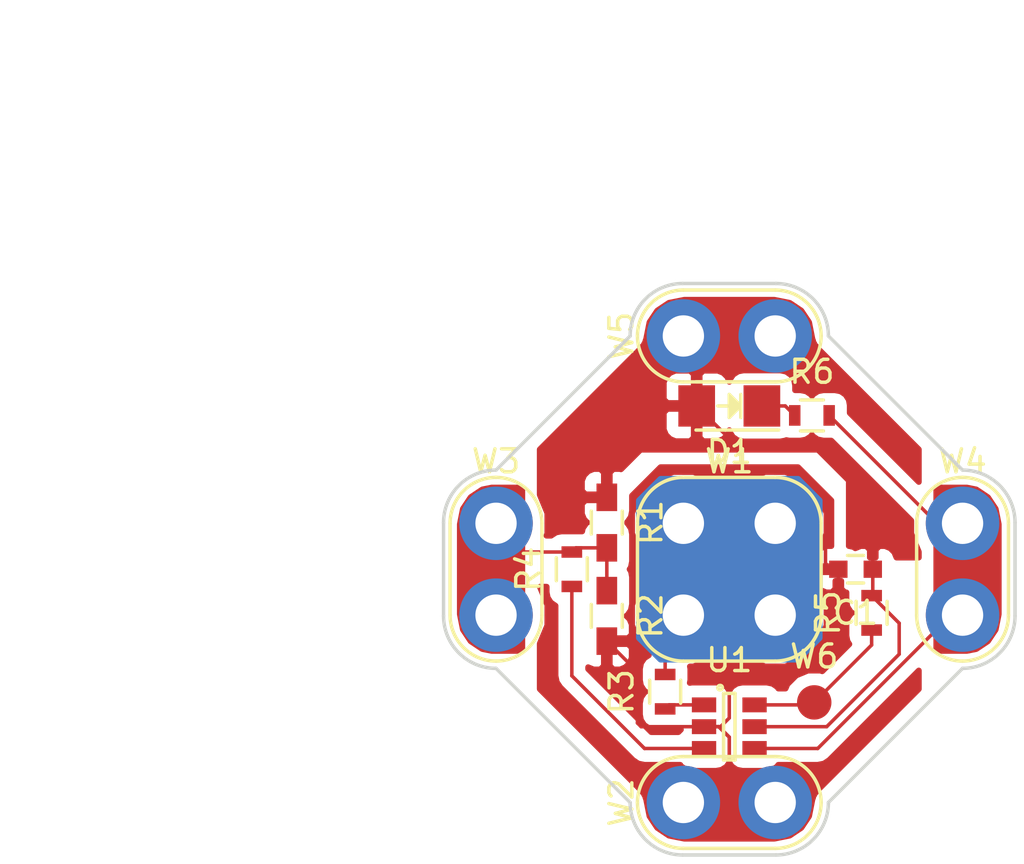
<source format=kicad_pcb>
(kicad_pcb (version 4) (host pcbnew 4.0.4-stable)

  (general
    (links 26)
    (no_connects 0)
    (area 93.444287 71.468 137.160001 108.458001)
    (thickness 1.6002)
    (drawings 21)
    (tracks 63)
    (zones 0)
    (modules 15)
    (nets 10)
  )

  (page A)
  (layers
    (0 Top signal)
    (31 Bottom signal)
    (34 B.Paste user)
    (35 F.Paste user)
    (36 B.SilkS user)
    (37 F.SilkS user)
    (38 B.Mask user)
    (39 F.Mask user)
    (40 Dwgs.User user)
    (41 Cmts.User user)
    (42 Eco1.User user)
    (43 Eco2.User user)
    (44 Edge.Cuts user)
    (45 Margin user)
  )

  (setup
    (last_trace_width 0.1524)
    (trace_clearance 0.1524)
    (zone_clearance 0.508)
    (zone_45_only no)
    (trace_min 0.1524)
    (segment_width 0.2)
    (edge_width 0.15)
    (via_size 0.6858)
    (via_drill 0.3302)
    (via_min_size 0.6858)
    (via_min_drill 0.3302)
    (uvia_size 0.762)
    (uvia_drill 0.508)
    (uvias_allowed no)
    (uvia_min_size 0)
    (uvia_min_drill 0)
    (pcb_text_width 0.3)
    (pcb_text_size 1.5 1.5)
    (mod_edge_width 0.15)
    (mod_text_size 1 1)
    (mod_text_width 0.15)
    (pad_size 1.524 1.524)
    (pad_drill 0.762)
    (pad_to_mask_clearance 0.2)
    (aux_axis_origin 124.46 95.758)
    (grid_origin 124.46 95.758)
    (visible_elements 7FFFFFFF)
    (pcbplotparams
      (layerselection 0x00030_80000001)
      (usegerberextensions false)
      (excludeedgelayer true)
      (linewidth 0.100000)
      (plotframeref false)
      (viasonmask false)
      (mode 1)
      (useauxorigin false)
      (hpglpennumber 1)
      (hpglpenspeed 20)
      (hpglpendiameter 15)
      (hpglpenoverlay 2)
      (psnegative false)
      (psa4output false)
      (plotreference true)
      (plotvalue true)
      (plotinvisibletext false)
      (padsonsilk false)
      (subtractmaskfromsilk false)
      (outputformat 1)
      (mirror false)
      (drillshape 1)
      (scaleselection 1)
      (outputdirectory ""))
  )

  (net 0 "")
  (net 1 VDD)
  (net 2 GND)
  (net 3 "Net-(D1-Pad1)")
  (net 4 /ref)
  (net 5 /MTI)
  (net 6 /sns)
  (net 7 /MTSA)
  (net 8 /pm)
  (net 9 /out)

  (net_class Default "This is the default net class."
    (clearance 0.1524)
    (trace_width 0.1524)
    (via_dia 0.6858)
    (via_drill 0.3302)
    (uvia_dia 0.762)
    (uvia_drill 0.508)
    (add_net /MTI)
    (add_net /MTSA)
    (add_net /out)
    (add_net /pm)
    (add_net /ref)
    (add_net /sns)
    (add_net GND)
    (add_net "Net-(D1-Pad1)")
    (add_net VDD)
  )

  (module Capacitors_SMD:C_0603 (layer Top) (tedit 5415D631) (tstamp 5806B20D)
    (at 129.96 95.758 180)
    (descr "Capacitor SMD 0603, reflow soldering, AVX (see smccp.pdf)")
    (tags "capacitor 0603")
    (path /58064CC6)
    (attr smd)
    (fp_text reference C1 (at 0 -1.9 180) (layer F.SilkS)
      (effects (font (size 1 1) (thickness 0.15)))
    )
    (fp_text value 0.1u (at 0 1.9 180) (layer F.Fab)
      (effects (font (size 1 1) (thickness 0.15)))
    )
    (fp_line (start -1.45 -0.75) (end 1.45 -0.75) (layer F.CrtYd) (width 0.05))
    (fp_line (start -1.45 0.75) (end 1.45 0.75) (layer F.CrtYd) (width 0.05))
    (fp_line (start -1.45 -0.75) (end -1.45 0.75) (layer F.CrtYd) (width 0.05))
    (fp_line (start 1.45 -0.75) (end 1.45 0.75) (layer F.CrtYd) (width 0.05))
    (fp_line (start -0.35 -0.6) (end 0.35 -0.6) (layer F.SilkS) (width 0.15))
    (fp_line (start 0.35 0.6) (end -0.35 0.6) (layer F.SilkS) (width 0.15))
    (pad 1 smd rect (at -0.75 0 180) (size 0.8 0.75) (layers Top F.Paste F.Mask)
      (net 1 VDD))
    (pad 2 smd rect (at 0.75 0 180) (size 0.8 0.75) (layers Top F.Paste F.Mask)
      (net 2 GND))
    (model Capacitors_SMD.3dshapes/C_0603.wrl
      (at (xyz 0 0 0))
      (scale (xyz 1 1 1))
      (rotate (xyz 0 0 0))
    )
  )

  (module Resistors_SMD:R_0603_HandSoldering (layer Top) (tedit 5418A00F) (tstamp 5806B219)
    (at 119.126 93.726 270)
    (descr "Resistor SMD 0603, hand soldering")
    (tags "resistor 0603")
    (path /580650CE)
    (attr smd)
    (fp_text reference R1 (at 0 -1.9 270) (layer F.SilkS)
      (effects (font (size 1 1) (thickness 0.15)))
    )
    (fp_text value 100k (at 0 1.9 270) (layer F.Fab)
      (effects (font (size 1 1) (thickness 0.15)))
    )
    (fp_line (start -2 -0.8) (end 2 -0.8) (layer F.CrtYd) (width 0.05))
    (fp_line (start -2 0.8) (end 2 0.8) (layer F.CrtYd) (width 0.05))
    (fp_line (start -2 -0.8) (end -2 0.8) (layer F.CrtYd) (width 0.05))
    (fp_line (start 2 -0.8) (end 2 0.8) (layer F.CrtYd) (width 0.05))
    (fp_line (start 0.5 0.675) (end -0.5 0.675) (layer F.SilkS) (width 0.15))
    (fp_line (start -0.5 -0.675) (end 0.5 -0.675) (layer F.SilkS) (width 0.15))
    (pad 1 smd rect (at -1.1 0 270) (size 1.2 0.9) (layers Top F.Paste F.Mask)
      (net 1 VDD))
    (pad 2 smd rect (at 1.1 0 270) (size 1.2 0.9) (layers Top F.Paste F.Mask)
      (net 4 /ref))
    (model Resistors_SMD.3dshapes/R_0603_HandSoldering.wrl
      (at (xyz 0 0 0))
      (scale (xyz 1 1 1))
      (rotate (xyz 0 0 0))
    )
  )

  (module Resistors_SMD:R_0603_HandSoldering (layer Top) (tedit 5418A00F) (tstamp 5806B21F)
    (at 119.126 97.79 270)
    (descr "Resistor SMD 0603, hand soldering")
    (tags "resistor 0603")
    (path /580650FF)
    (attr smd)
    (fp_text reference R2 (at 0 -1.9 270) (layer F.SilkS)
      (effects (font (size 1 1) (thickness 0.15)))
    )
    (fp_text value 100k (at 0 1.9 270) (layer F.Fab)
      (effects (font (size 1 1) (thickness 0.15)))
    )
    (fp_line (start -2 -0.8) (end 2 -0.8) (layer F.CrtYd) (width 0.05))
    (fp_line (start -2 0.8) (end 2 0.8) (layer F.CrtYd) (width 0.05))
    (fp_line (start -2 -0.8) (end -2 0.8) (layer F.CrtYd) (width 0.05))
    (fp_line (start 2 -0.8) (end 2 0.8) (layer F.CrtYd) (width 0.05))
    (fp_line (start 0.5 0.675) (end -0.5 0.675) (layer F.SilkS) (width 0.15))
    (fp_line (start -0.5 -0.675) (end 0.5 -0.675) (layer F.SilkS) (width 0.15))
    (pad 1 smd rect (at -1.1 0 270) (size 1.2 0.9) (layers Top F.Paste F.Mask)
      (net 4 /ref))
    (pad 2 smd rect (at 1.1 0 270) (size 1.2 0.9) (layers Top F.Paste F.Mask)
      (net 2 GND))
    (model Resistors_SMD.3dshapes/R_0603_HandSoldering.wrl
      (at (xyz 0 0 0))
      (scale (xyz 1 1 1))
      (rotate (xyz 0 0 0))
    )
  )

  (module Resistors_SMD:R_0603 (layer Top) (tedit 5415CC62) (tstamp 5806B225)
    (at 121.666 101.092 90)
    (descr "Resistor SMD 0603, reflow soldering, Vishay (see dcrcw.pdf)")
    (tags "resistor 0603")
    (path /5806521A)
    (attr smd)
    (fp_text reference R3 (at 0 -1.9 90) (layer F.SilkS)
      (effects (font (size 1 1) (thickness 0.15)))
    )
    (fp_text value 4.7k (at 0 1.9 90) (layer F.Fab)
      (effects (font (size 1 1) (thickness 0.15)))
    )
    (fp_line (start -1.3 -0.8) (end 1.3 -0.8) (layer F.CrtYd) (width 0.05))
    (fp_line (start -1.3 0.8) (end 1.3 0.8) (layer F.CrtYd) (width 0.05))
    (fp_line (start -1.3 -0.8) (end -1.3 0.8) (layer F.CrtYd) (width 0.05))
    (fp_line (start 1.3 -0.8) (end 1.3 0.8) (layer F.CrtYd) (width 0.05))
    (fp_line (start 0.5 0.675) (end -0.5 0.675) (layer F.SilkS) (width 0.15))
    (fp_line (start -0.5 -0.675) (end 0.5 -0.675) (layer F.SilkS) (width 0.15))
    (pad 1 smd rect (at -0.75 0 90) (size 0.5 0.9) (layers Top F.Paste F.Mask)
      (net 5 /MTI))
    (pad 2 smd rect (at 0.75 0 90) (size 0.5 0.9) (layers Top F.Paste F.Mask)
      (net 6 /sns))
    (model Resistors_SMD.3dshapes/R_0603.wrl
      (at (xyz 0 0 0))
      (scale (xyz 1 1 1))
      (rotate (xyz 0 0 0))
    )
  )

  (module Resistors_SMD:R_0603 (layer Top) (tedit 5415CC62) (tstamp 5806B22B)
    (at 117.602 95.758 90)
    (descr "Resistor SMD 0603, reflow soldering, Vishay (see dcrcw.pdf)")
    (tags "resistor 0603")
    (path /58064DD0)
    (attr smd)
    (fp_text reference R4 (at 0 -1.9 90) (layer F.SilkS)
      (effects (font (size 1 1) (thickness 0.15)))
    )
    (fp_text value 10k (at 0 1.9 90) (layer F.Fab)
      (effects (font (size 1 1) (thickness 0.15)))
    )
    (fp_line (start -1.3 -0.8) (end 1.3 -0.8) (layer F.CrtYd) (width 0.05))
    (fp_line (start -1.3 0.8) (end 1.3 0.8) (layer F.CrtYd) (width 0.05))
    (fp_line (start -1.3 -0.8) (end -1.3 0.8) (layer F.CrtYd) (width 0.05))
    (fp_line (start 1.3 -0.8) (end 1.3 0.8) (layer F.CrtYd) (width 0.05))
    (fp_line (start 0.5 0.675) (end -0.5 0.675) (layer F.SilkS) (width 0.15))
    (fp_line (start -0.5 -0.675) (end 0.5 -0.675) (layer F.SilkS) (width 0.15))
    (pad 1 smd rect (at -0.75 0 90) (size 0.5 0.9) (layers Top F.Paste F.Mask)
      (net 7 /MTSA))
    (pad 2 smd rect (at 0.75 0 90) (size 0.5 0.9) (layers Top F.Paste F.Mask)
      (net 4 /ref))
    (model Resistors_SMD.3dshapes/R_0603.wrl
      (at (xyz 0 0 0))
      (scale (xyz 1 1 1))
      (rotate (xyz 0 0 0))
    )
  )

  (module Resistors_SMD:R_0603 (layer Top) (tedit 5415CC62) (tstamp 5806B231)
    (at 130.66 97.658 90)
    (descr "Resistor SMD 0603, reflow soldering, Vishay (see dcrcw.pdf)")
    (tags "resistor 0603")
    (path /58064FBC)
    (attr smd)
    (fp_text reference R5 (at 0 -1.9 90) (layer F.SilkS)
      (effects (font (size 1 1) (thickness 0.15)))
    )
    (fp_text value 10k (at 0 1.9 90) (layer F.Fab)
      (effects (font (size 1 1) (thickness 0.15)))
    )
    (fp_line (start -1.3 -0.8) (end 1.3 -0.8) (layer F.CrtYd) (width 0.05))
    (fp_line (start -1.3 0.8) (end 1.3 0.8) (layer F.CrtYd) (width 0.05))
    (fp_line (start -1.3 -0.8) (end -1.3 0.8) (layer F.CrtYd) (width 0.05))
    (fp_line (start 1.3 -0.8) (end 1.3 0.8) (layer F.CrtYd) (width 0.05))
    (fp_line (start 0.5 0.675) (end -0.5 0.675) (layer F.SilkS) (width 0.15))
    (fp_line (start -0.5 -0.675) (end 0.5 -0.675) (layer F.SilkS) (width 0.15))
    (pad 1 smd rect (at -0.75 0 90) (size 0.5 0.9) (layers Top F.Paste F.Mask)
      (net 8 /pm))
    (pad 2 smd rect (at 0.75 0 90) (size 0.5 0.9) (layers Top F.Paste F.Mask)
      (net 1 VDD))
    (model Resistors_SMD.3dshapes/R_0603.wrl
      (at (xyz 0 0 0))
      (scale (xyz 1 1 1))
      (rotate (xyz 0 0 0))
    )
  )

  (module Resistors_SMD:R_0603 (layer Top) (tedit 5415CC62) (tstamp 5806B237)
    (at 128.06 89.058)
    (descr "Resistor SMD 0603, reflow soldering, Vishay (see dcrcw.pdf)")
    (tags "resistor 0603")
    (path /58065673)
    (attr smd)
    (fp_text reference R6 (at 0 -1.9) (layer F.SilkS)
      (effects (font (size 1 1) (thickness 0.15)))
    )
    (fp_text value 1k (at 0 1.9) (layer F.Fab)
      (effects (font (size 1 1) (thickness 0.15)))
    )
    (fp_line (start -1.3 -0.8) (end 1.3 -0.8) (layer F.CrtYd) (width 0.05))
    (fp_line (start -1.3 0.8) (end 1.3 0.8) (layer F.CrtYd) (width 0.05))
    (fp_line (start -1.3 -0.8) (end -1.3 0.8) (layer F.CrtYd) (width 0.05))
    (fp_line (start 1.3 -0.8) (end 1.3 0.8) (layer F.CrtYd) (width 0.05))
    (fp_line (start 0.5 0.675) (end -0.5 0.675) (layer F.SilkS) (width 0.15))
    (fp_line (start -0.5 -0.675) (end 0.5 -0.675) (layer F.SilkS) (width 0.15))
    (pad 1 smd rect (at -0.75 0) (size 0.5 0.9) (layers Top F.Paste F.Mask)
      (net 3 "Net-(D1-Pad1)"))
    (pad 2 smd rect (at 0.75 0) (size 0.5 0.9) (layers Top F.Paste F.Mask)
      (net 9 /out))
    (model Resistors_SMD.3dshapes/R_0603.wrl
      (at (xyz 0 0 0))
      (scale (xyz 1 1 1))
      (rotate (xyz 0 0 0))
    )
  )

  (module TO_SOT_Packages_SMD:SOT-23-6 (layer Top) (tedit 53DE8DE3) (tstamp 5806B241)
    (at 124.46 102.616)
    (descr "6-pin SOT-23 package")
    (tags SOT-23-6)
    (path /5809033F)
    (attr smd)
    (fp_text reference U1 (at 0 -2.9) (layer F.SilkS)
      (effects (font (size 1 1) (thickness 0.15)))
    )
    (fp_text value MTCH101_PKG (at 0 2.9) (layer F.Fab)
      (effects (font (size 1 1) (thickness 0.15)))
    )
    (fp_circle (center -0.4 -1.7) (end -0.3 -1.7) (layer F.SilkS) (width 0.15))
    (fp_line (start 0.25 -1.45) (end -0.25 -1.45) (layer F.SilkS) (width 0.15))
    (fp_line (start 0.25 1.45) (end 0.25 -1.45) (layer F.SilkS) (width 0.15))
    (fp_line (start -0.25 1.45) (end 0.25 1.45) (layer F.SilkS) (width 0.15))
    (fp_line (start -0.25 -1.45) (end -0.25 1.45) (layer F.SilkS) (width 0.15))
    (pad 1 smd rect (at -1.1 -0.95) (size 1.06 0.65) (layers Top F.Paste F.Mask)
      (net 5 /MTI))
    (pad 2 smd rect (at -1.1 0) (size 1.06 0.65) (layers Top F.Paste F.Mask)
      (net 2 GND))
    (pad 3 smd rect (at -1.1 0.95) (size 1.06 0.65) (layers Top F.Paste F.Mask)
      (net 7 /MTSA))
    (pad 4 smd rect (at 1.1 0.95) (size 1.06 0.65) (layers Top F.Paste F.Mask)
      (net 9 /out))
    (pad 6 smd rect (at 1.1 -0.95) (size 1.06 0.65) (layers Top F.Paste F.Mask)
      (net 8 /pm))
    (pad 5 smd rect (at 1.1 0) (size 1.06 0.65) (layers Top F.Paste F.Mask)
      (net 1 VDD))
    (model TO_SOT_Packages_SMD.3dshapes/SOT-23-6.wrl
      (at (xyz 0 0 0))
      (scale (xyz 1 1 1))
      (rotate (xyz 0 0 0))
    )
  )

  (module LEDs:LED_1206 (layer Top) (tedit 57ABE035) (tstamp 5807AE06)
    (at 124.46 88.646 180)
    (descr "LED 1206 smd package")
    (tags "LED1206 SMD")
    (path /5806579A)
    (attr smd)
    (fp_text reference D1 (at 0 -2 180) (layer F.SilkS)
      (effects (font (size 1 1) (thickness 0.15)))
    )
    (fp_text value LED (at 0 2 180) (layer F.Fab)
      (effects (font (size 1 1) (thickness 0.15)))
    )
    (fp_line (start -0.5 -0.5) (end -0.5 0.5) (layer F.Fab) (width 0.15))
    (fp_line (start -0.5 0) (end 0 -0.5) (layer F.Fab) (width 0.15))
    (fp_line (start 0 0.5) (end -0.5 0) (layer F.Fab) (width 0.15))
    (fp_line (start 0 -0.5) (end 0 0.5) (layer F.Fab) (width 0.15))
    (fp_line (start -1.6 0.8) (end -1.6 -0.8) (layer F.Fab) (width 0.15))
    (fp_line (start 1.6 0.8) (end -1.6 0.8) (layer F.Fab) (width 0.15))
    (fp_line (start 1.6 -0.8) (end 1.6 0.8) (layer F.Fab) (width 0.15))
    (fp_line (start -1.6 -0.8) (end 1.6 -0.8) (layer F.Fab) (width 0.15))
    (fp_line (start -2.15 1.05) (end 1.45 1.05) (layer F.SilkS) (width 0.15))
    (fp_line (start -2.15 -1.05) (end 1.45 -1.05) (layer F.SilkS) (width 0.15))
    (fp_line (start -0.1 -0.3) (end -0.1 0.3) (layer F.SilkS) (width 0.15))
    (fp_line (start -0.1 0.3) (end -0.4 0) (layer F.SilkS) (width 0.15))
    (fp_line (start -0.4 0) (end -0.2 -0.2) (layer F.SilkS) (width 0.15))
    (fp_line (start -0.2 -0.2) (end -0.2 0.05) (layer F.SilkS) (width 0.15))
    (fp_line (start -0.2 0.05) (end -0.25 0) (layer F.SilkS) (width 0.15))
    (fp_line (start -0.5 -0.5) (end -0.5 0.5) (layer F.SilkS) (width 0.15))
    (fp_line (start 0 0) (end 0.5 0) (layer F.SilkS) (width 0.15))
    (fp_line (start -0.5 0) (end 0 -0.5) (layer F.SilkS) (width 0.15))
    (fp_line (start 0 -0.5) (end 0 0.5) (layer F.SilkS) (width 0.15))
    (fp_line (start 0 0.5) (end -0.5 0) (layer F.SilkS) (width 0.15))
    (fp_line (start 2.5 -1.25) (end -2.5 -1.25) (layer F.CrtYd) (width 0.05))
    (fp_line (start -2.5 -1.25) (end -2.5 1.25) (layer F.CrtYd) (width 0.05))
    (fp_line (start -2.5 1.25) (end 2.5 1.25) (layer F.CrtYd) (width 0.05))
    (fp_line (start 2.5 1.25) (end 2.5 -1.25) (layer F.CrtYd) (width 0.05))
    (pad 2 smd rect (at 1.41986 0) (size 1.59766 1.80086) (layers Top F.Paste F.Mask)
      (net 1 VDD))
    (pad 1 smd rect (at -1.41986 0) (size 1.59766 1.80086) (layers Top F.Paste F.Mask)
      (net 3 "Net-(D1-Pad1)"))
    (model LEDs.3dshapes/LED_1206.wrl
      (at (xyz 0 0 0))
      (scale (xyz 1 1 1))
      (rotate (xyz 0 0 180))
    )
  )

  (module Measurement_Points:Measurement_Point_Round-SMD-Pad_Small (layer Top) (tedit 56C35ED0) (tstamp 5807B28A)
    (at 128.16 101.558)
    (descr "Mesurement Point, Round, SMD Pad, DM 1.5mm,")
    (tags "Mesurement Point Round SMD Pad 1.5mm")
    (path /580662C8)
    (attr virtual)
    (fp_text reference W6 (at 0 -2) (layer F.SilkS)
      (effects (font (size 1 1) (thickness 0.15)))
    )
    (fp_text value TEST_MTPM (at 0 2) (layer F.Fab)
      (effects (font (size 1 1) (thickness 0.15)))
    )
    (fp_circle (center 0 0) (end 1 0) (layer F.CrtYd) (width 0.05))
    (pad 1 smd circle (at 0 0) (size 1.5 1.5) (layers Top F.Mask)
      (net 8 /pm))
  )

  (module buttons:sew_2x2 (layer Top) (tedit 5808DC92) (tstamp 5808E17F)
    (at 124.46 95.758)
    (descr "module 1 pin (ou trou mecanique de percage)")
    (tags DEV)
    (path /5808D751)
    (fp_text reference W1 (at 0 -4.7) (layer F.SilkS)
      (effects (font (size 1 1) (thickness 0.15)))
    )
    (fp_text value sns (at 0 0) (layer F.Fab)
      (effects (font (size 1 1) (thickness 0.15)))
    )
    (fp_arc (start -2 -2) (end -2.9 -2) (angle 90) (layer F.Paste) (width 0.15))
    (fp_arc (start -2 2) (end -2 2.9) (angle 90) (layer F.Paste) (width 0.15))
    (fp_arc (start 2 2) (end 2.9 2) (angle 90) (layer F.Paste) (width 0.15))
    (fp_arc (start 2 -2) (end 2 -2.9) (angle 90) (layer F.Paste) (width 0.15))
    (fp_arc (start -2 -2) (end -2.9 -2) (angle 90) (layer B.Paste) (width 0.15))
    (fp_arc (start -2 2) (end -2 2.9) (angle 90) (layer B.Paste) (width 0.15))
    (fp_arc (start 2 2) (end 2.9 2) (angle 90) (layer B.Paste) (width 0.15))
    (fp_arc (start 2 -2) (end 2 -2.9) (angle 90) (layer B.Paste) (width 0.15))
    (fp_line (start -2.9 2) (end -2.9 -2) (layer B.Paste) (width 0.15))
    (fp_line (start 2 2.9) (end -2 2.9) (layer B.Paste) (width 0.15))
    (fp_line (start 2.9 -2) (end 2.9 2) (layer B.Paste) (width 0.15))
    (fp_line (start -2 -2.9) (end 2 -2.9) (layer B.Paste) (width 0.15))
    (fp_line (start -2.9 2) (end -2.9 -2) (layer F.Paste) (width 0.15))
    (fp_line (start 2 2.9) (end -2 2.9) (layer F.Paste) (width 0.15))
    (fp_line (start 2.9 -2) (end 2.9 2) (layer F.Paste) (width 0.15))
    (fp_line (start -2 -2.9) (end 2 -2.9) (layer F.Paste) (width 0.15))
    (fp_line (start -4 -2) (end -4 2) (layer F.SilkS) (width 0.15))
    (fp_line (start 2 -4) (end -2 -4) (layer F.SilkS) (width 0.15))
    (fp_line (start 4 2) (end 4 -2) (layer F.SilkS) (width 0.15))
    (fp_line (start -2 4) (end 2 4) (layer F.SilkS) (width 0.15))
    (fp_arc (start -2 2) (end -2 4) (angle 90) (layer F.SilkS) (width 0.15))
    (fp_arc (start -2 -2) (end -4 -2) (angle 90) (layer F.SilkS) (width 0.15))
    (fp_arc (start 2 -2) (end 2 -4) (angle 90) (layer F.SilkS) (width 0.15))
    (fp_arc (start 2 2) (end 4 2) (angle 90) (layer F.SilkS) (width 0.15))
    (pad 1 thru_hole circle (at 2 2) (size 3.2 3.2) (drill 1.8) (layers *.Cu *.Mask)
      (net 6 /sns) (zone_connect 2))
    (pad 1 thru_hole circle (at 2 -2) (size 3.2 3.2) (drill 1.8) (layers *.Cu *.Mask)
      (net 6 /sns) (zone_connect 2))
    (pad 1 thru_hole circle (at -2 -2) (size 3.2 3.2) (drill 1.8) (layers *.Cu *.Mask)
      (net 6 /sns) (zone_connect 2))
    (pad 1 thru_hole circle (at -2 2) (size 3.2 3.2) (drill 1.8) (layers *.Cu *.Mask)
      (net 6 /sns) (zone_connect 2))
  )

  (module buttons:sew_1x2 (layer Top) (tedit 580A2D35) (tstamp 580A31E2)
    (at 124.46 105.918 90)
    (descr "module 1 pin (ou trou mecanique de percage)")
    (tags DEV)
    (path /580A4052)
    (fp_text reference W2 (at 0 -4.7 90) (layer F.SilkS)
      (effects (font (size 1 1) (thickness 0.15)))
    )
    (fp_text value gnd (at 0 5 90) (layer F.Fab)
      (effects (font (size 1 1) (thickness 0.15)))
    )
    (fp_arc (start 0 -2) (end -0.9 -2) (angle 90) (layer F.Paste) (width 0.15))
    (fp_arc (start 0 2) (end 0 2.9) (angle 90) (layer F.Paste) (width 0.15))
    (fp_arc (start 0 2) (end 0.9 2) (angle 90) (layer F.Paste) (width 0.15))
    (fp_arc (start 0 -2) (end 0 -2.9) (angle 90) (layer F.Paste) (width 0.15))
    (fp_arc (start 0 -2) (end -0.9 -2) (angle 90) (layer B.Paste) (width 0.15))
    (fp_arc (start 0 2) (end 0 2.9) (angle 90) (layer B.Paste) (width 0.15))
    (fp_arc (start 0 2) (end 0.9 2) (angle 90) (layer B.Paste) (width 0.15))
    (fp_arc (start 0 -2) (end 0 -2.9) (angle 90) (layer B.Paste) (width 0.15))
    (fp_line (start -0.9 2) (end -0.9 -2) (layer B.Paste) (width 0.15))
    (fp_line (start 0.9 -2) (end 0.9 2) (layer B.Paste) (width 0.15))
    (fp_line (start -0.9 2) (end -0.9 -2) (layer F.Paste) (width 0.15))
    (fp_line (start 0.9 -2) (end 0.9 2) (layer F.Paste) (width 0.15))
    (fp_line (start -2 -2) (end -2 2) (layer F.SilkS) (width 0.15))
    (fp_line (start 2 2) (end 2 -2) (layer F.SilkS) (width 0.15))
    (fp_arc (start 0 2) (end 0 4) (angle 90) (layer F.SilkS) (width 0.15))
    (fp_arc (start 0 -2) (end -2 -2) (angle 90) (layer F.SilkS) (width 0.15))
    (fp_arc (start 0 -2) (end 0 -4) (angle 90) (layer F.SilkS) (width 0.15))
    (fp_arc (start 0 2) (end 2 2) (angle 90) (layer F.SilkS) (width 0.15))
    (pad 1 thru_hole circle (at 0 -2 90) (size 3.2 3.2) (drill 1.8) (layers *.Cu *.Mask)
      (net 2 GND) (zone_connect 2))
    (pad 1 thru_hole circle (at 0 2 90) (size 3.2 3.2) (drill 1.8) (layers *.Cu *.Mask)
      (net 2 GND) (zone_connect 2))
  )

  (module buttons:sew_1x2 (layer Top) (tedit 580A2D35) (tstamp 580A31F9)
    (at 114.3 95.758)
    (descr "module 1 pin (ou trou mecanique de percage)")
    (tags DEV)
    (path /580A30E6)
    (fp_text reference W3 (at 0 -4.7) (layer F.SilkS)
      (effects (font (size 1 1) (thickness 0.15)))
    )
    (fp_text value sa (at 0 5) (layer F.Fab)
      (effects (font (size 1 1) (thickness 0.15)))
    )
    (fp_arc (start 0 -2) (end -0.9 -2) (angle 90) (layer F.Paste) (width 0.15))
    (fp_arc (start 0 2) (end 0 2.9) (angle 90) (layer F.Paste) (width 0.15))
    (fp_arc (start 0 2) (end 0.9 2) (angle 90) (layer F.Paste) (width 0.15))
    (fp_arc (start 0 -2) (end 0 -2.9) (angle 90) (layer F.Paste) (width 0.15))
    (fp_arc (start 0 -2) (end -0.9 -2) (angle 90) (layer B.Paste) (width 0.15))
    (fp_arc (start 0 2) (end 0 2.9) (angle 90) (layer B.Paste) (width 0.15))
    (fp_arc (start 0 2) (end 0.9 2) (angle 90) (layer B.Paste) (width 0.15))
    (fp_arc (start 0 -2) (end 0 -2.9) (angle 90) (layer B.Paste) (width 0.15))
    (fp_line (start -0.9 2) (end -0.9 -2) (layer B.Paste) (width 0.15))
    (fp_line (start 0.9 -2) (end 0.9 2) (layer B.Paste) (width 0.15))
    (fp_line (start -0.9 2) (end -0.9 -2) (layer F.Paste) (width 0.15))
    (fp_line (start 0.9 -2) (end 0.9 2) (layer F.Paste) (width 0.15))
    (fp_line (start -2 -2) (end -2 2) (layer F.SilkS) (width 0.15))
    (fp_line (start 2 2) (end 2 -2) (layer F.SilkS) (width 0.15))
    (fp_arc (start 0 2) (end 0 4) (angle 90) (layer F.SilkS) (width 0.15))
    (fp_arc (start 0 -2) (end -2 -2) (angle 90) (layer F.SilkS) (width 0.15))
    (fp_arc (start 0 -2) (end 0 -4) (angle 90) (layer F.SilkS) (width 0.15))
    (fp_arc (start 0 2) (end 2 2) (angle 90) (layer F.SilkS) (width 0.15))
    (pad 1 thru_hole circle (at 0 -2) (size 3.2 3.2) (drill 1.8) (layers *.Cu *.Mask)
      (net 4 /ref) (zone_connect 2))
    (pad 1 thru_hole circle (at 0 2) (size 3.2 3.2) (drill 1.8) (layers *.Cu *.Mask)
      (net 4 /ref) (zone_connect 2))
  )

  (module buttons:sew_1x2 (layer Top) (tedit 580A2D35) (tstamp 580A3210)
    (at 134.62 95.758)
    (descr "module 1 pin (ou trou mecanique de percage)")
    (tags DEV)
    (path /580A3684)
    (fp_text reference W4 (at 0 -4.7) (layer F.SilkS)
      (effects (font (size 1 1) (thickness 0.15)))
    )
    (fp_text value out (at 0 5) (layer F.Fab)
      (effects (font (size 1 1) (thickness 0.15)))
    )
    (fp_arc (start 0 -2) (end -0.9 -2) (angle 90) (layer F.Paste) (width 0.15))
    (fp_arc (start 0 2) (end 0 2.9) (angle 90) (layer F.Paste) (width 0.15))
    (fp_arc (start 0 2) (end 0.9 2) (angle 90) (layer F.Paste) (width 0.15))
    (fp_arc (start 0 -2) (end 0 -2.9) (angle 90) (layer F.Paste) (width 0.15))
    (fp_arc (start 0 -2) (end -0.9 -2) (angle 90) (layer B.Paste) (width 0.15))
    (fp_arc (start 0 2) (end 0 2.9) (angle 90) (layer B.Paste) (width 0.15))
    (fp_arc (start 0 2) (end 0.9 2) (angle 90) (layer B.Paste) (width 0.15))
    (fp_arc (start 0 -2) (end 0 -2.9) (angle 90) (layer B.Paste) (width 0.15))
    (fp_line (start -0.9 2) (end -0.9 -2) (layer B.Paste) (width 0.15))
    (fp_line (start 0.9 -2) (end 0.9 2) (layer B.Paste) (width 0.15))
    (fp_line (start -0.9 2) (end -0.9 -2) (layer F.Paste) (width 0.15))
    (fp_line (start 0.9 -2) (end 0.9 2) (layer F.Paste) (width 0.15))
    (fp_line (start -2 -2) (end -2 2) (layer F.SilkS) (width 0.15))
    (fp_line (start 2 2) (end 2 -2) (layer F.SilkS) (width 0.15))
    (fp_arc (start 0 2) (end 0 4) (angle 90) (layer F.SilkS) (width 0.15))
    (fp_arc (start 0 -2) (end -2 -2) (angle 90) (layer F.SilkS) (width 0.15))
    (fp_arc (start 0 -2) (end 0 -4) (angle 90) (layer F.SilkS) (width 0.15))
    (fp_arc (start 0 2) (end 2 2) (angle 90) (layer F.SilkS) (width 0.15))
    (pad 1 thru_hole circle (at 0 -2) (size 3.2 3.2) (drill 1.8) (layers *.Cu *.Mask)
      (net 9 /out) (zone_connect 2))
    (pad 1 thru_hole circle (at 0 2) (size 3.2 3.2) (drill 1.8) (layers *.Cu *.Mask)
      (net 9 /out) (zone_connect 2))
  )

  (module buttons:sew_1x2 (layer Top) (tedit 580A2D35) (tstamp 580A3227)
    (at 124.46 85.598 90)
    (descr "module 1 pin (ou trou mecanique de percage)")
    (tags DEV)
    (path /580A4007)
    (fp_text reference W5 (at 0 -4.7 90) (layer F.SilkS)
      (effects (font (size 1 1) (thickness 0.15)))
    )
    (fp_text value vdd (at 0 5 90) (layer F.Fab)
      (effects (font (size 1 1) (thickness 0.15)))
    )
    (fp_arc (start 0 -2) (end -0.9 -2) (angle 90) (layer F.Paste) (width 0.15))
    (fp_arc (start 0 2) (end 0 2.9) (angle 90) (layer F.Paste) (width 0.15))
    (fp_arc (start 0 2) (end 0.9 2) (angle 90) (layer F.Paste) (width 0.15))
    (fp_arc (start 0 -2) (end 0 -2.9) (angle 90) (layer F.Paste) (width 0.15))
    (fp_arc (start 0 -2) (end -0.9 -2) (angle 90) (layer B.Paste) (width 0.15))
    (fp_arc (start 0 2) (end 0 2.9) (angle 90) (layer B.Paste) (width 0.15))
    (fp_arc (start 0 2) (end 0.9 2) (angle 90) (layer B.Paste) (width 0.15))
    (fp_arc (start 0 -2) (end 0 -2.9) (angle 90) (layer B.Paste) (width 0.15))
    (fp_line (start -0.9 2) (end -0.9 -2) (layer B.Paste) (width 0.15))
    (fp_line (start 0.9 -2) (end 0.9 2) (layer B.Paste) (width 0.15))
    (fp_line (start -0.9 2) (end -0.9 -2) (layer F.Paste) (width 0.15))
    (fp_line (start 0.9 -2) (end 0.9 2) (layer F.Paste) (width 0.15))
    (fp_line (start -2 -2) (end -2 2) (layer F.SilkS) (width 0.15))
    (fp_line (start 2 2) (end 2 -2) (layer F.SilkS) (width 0.15))
    (fp_arc (start 0 2) (end 0 4) (angle 90) (layer F.SilkS) (width 0.15))
    (fp_arc (start 0 -2) (end -2 -2) (angle 90) (layer F.SilkS) (width 0.15))
    (fp_arc (start 0 -2) (end 0 -4) (angle 90) (layer F.SilkS) (width 0.15))
    (fp_arc (start 0 2) (end 2 2) (angle 90) (layer F.SilkS) (width 0.15))
    (pad 1 thru_hole circle (at 0 -2 90) (size 3.2 3.2) (drill 1.8) (layers *.Cu *.Mask)
      (net 1 VDD) (zone_connect 2))
    (pad 1 thru_hole circle (at 0 2 90) (size 3.2 3.2) (drill 1.8) (layers *.Cu *.Mask)
      (net 1 VDD) (zone_connect 2))
  )

  (gr_line (start 114.3 91.44) (end 120.142 85.598) (angle 90) (layer Edge.Cuts) (width 0.15))
  (gr_line (start 128.778 85.598) (end 134.62 91.44) (angle 90) (layer Edge.Cuts) (width 0.15))
  (gr_line (start 128.778 105.918) (end 134.62 100.076) (angle 90) (layer Edge.Cuts) (width 0.15))
  (gr_line (start 114.3 100.076) (end 120.142 105.918) (angle 90) (layer Edge.Cuts) (width 0.15))
  (gr_line (start 122.428 108.204) (end 126.492 108.204) (angle 90) (layer Edge.Cuts) (width 0.15))
  (gr_line (start 136.906 93.726) (end 136.906 97.79) (angle 90) (layer Edge.Cuts) (width 0.15))
  (gr_line (start 122.428 83.312) (end 126.492 83.312) (angle 90) (layer Edge.Cuts) (width 0.15))
  (gr_line (start 112.014 93.726) (end 112.014 97.79) (angle 90) (layer Edge.Cuts) (width 0.15))
  (gr_arc (start 114.3 93.726) (end 112.014 93.726) (angle 90) (layer Edge.Cuts) (width 0.15))
  (gr_arc (start 122.428 105.918) (end 122.428 108.204) (angle 90) (layer Edge.Cuts) (width 0.15))
  (gr_arc (start 126.492 105.918) (end 128.778 105.918) (angle 90) (layer Edge.Cuts) (width 0.15))
  (gr_arc (start 134.62 97.79) (end 136.906 97.79) (angle 90) (layer Edge.Cuts) (width 0.15))
  (gr_arc (start 134.62 93.726) (end 134.62 91.44) (angle 90) (layer Edge.Cuts) (width 0.15))
  (gr_arc (start 126.492 85.598) (end 126.492 83.312) (angle 90) (layer Edge.Cuts) (width 0.15))
  (gr_arc (start 122.428 85.598) (end 120.142 85.598) (angle 90) (layer Edge.Cuts) (width 0.15))
  (gr_arc (start 114.3 97.79) (end 114.3 100.076) (angle 90) (layer Edge.Cuts) (width 0.15))
  (gr_line (start 114.046 93.218) (end 114.046 93.472) (angle 90) (layer Edge.Cuts) (width 0.15))
  (dimension 12.7 (width 0.3) (layer Dwgs.User)
    (gr_text "0.5000 in" (at 130.81 72.818) (layer Dwgs.User)
      (effects (font (size 1.5 1.5) (thickness 0.3)))
    )
    (feature1 (pts (xy 137.16 95.758) (xy 137.16 71.468)))
    (feature2 (pts (xy 124.46 95.758) (xy 124.46 71.468)))
    (crossbar (pts (xy 124.46 74.168) (xy 137.16 74.168)))
    (arrow1a (pts (xy 137.16 74.168) (xy 136.033496 74.754421)))
    (arrow1b (pts (xy 137.16 74.168) (xy 136.033496 73.581579)))
    (arrow2a (pts (xy 124.46 74.168) (xy 125.586504 74.754421)))
    (arrow2b (pts (xy 124.46 74.168) (xy 125.586504 73.581579)))
  )
  (dimension 12.7 (width 0.3) (layer Dwgs.User)
    (gr_text "0.5000 in" (at 118.11 72.818) (layer Dwgs.User)
      (effects (font (size 1.5 1.5) (thickness 0.3)))
    )
    (feature1 (pts (xy 111.76 95.758) (xy 111.76 71.468)))
    (feature2 (pts (xy 124.46 95.758) (xy 124.46 71.468)))
    (crossbar (pts (xy 124.46 74.168) (xy 111.76 74.168)))
    (arrow1a (pts (xy 111.76 74.168) (xy 112.886504 73.581579)))
    (arrow1b (pts (xy 111.76 74.168) (xy 112.886504 74.754421)))
    (arrow2a (pts (xy 124.46 74.168) (xy 123.333496 73.581579)))
    (arrow2b (pts (xy 124.46 74.168) (xy 123.333496 74.754421)))
  )
  (dimension 12.7 (width 0.3) (layer Dwgs.User)
    (gr_text "0.5000 in" (at 104.06 102.108 90) (layer Dwgs.User)
      (effects (font (size 1.5 1.5) (thickness 0.3)))
    )
    (feature1 (pts (xy 124.46 95.758) (xy 102.71 95.758)))
    (feature2 (pts (xy 124.46 108.458) (xy 102.71 108.458)))
    (crossbar (pts (xy 105.41 108.458) (xy 105.41 95.758)))
    (arrow1a (pts (xy 105.41 95.758) (xy 105.996421 96.884504)))
    (arrow1b (pts (xy 105.41 95.758) (xy 104.823579 96.884504)))
    (arrow2a (pts (xy 105.41 108.458) (xy 105.996421 107.331496)))
    (arrow2b (pts (xy 105.41 108.458) (xy 104.823579 107.331496)))
  )
  (dimension 25.4 (width 0.3) (layer Dwgs.User)
    (gr_text "1.0000 in" (at 98.98 95.758 90) (layer Dwgs.User)
      (effects (font (size 1.5 1.5) (thickness 0.3)))
    )
    (feature1 (pts (xy 124.46 83.058) (xy 97.63 83.058)))
    (feature2 (pts (xy 124.46 108.458) (xy 97.63 108.458)))
    (crossbar (pts (xy 100.33 108.458) (xy 100.33 83.058)))
    (arrow1a (pts (xy 100.33 83.058) (xy 100.916421 84.184504)))
    (arrow1b (pts (xy 100.33 83.058) (xy 99.743579 84.184504)))
    (arrow2a (pts (xy 100.33 108.458) (xy 100.916421 107.331496)))
    (arrow2b (pts (xy 100.33 108.458) (xy 99.743579 107.331496)))
  )

  (segment (start 122.46 85.598) (end 126.46 85.598) (width 0.1524) (layer Top) (net 1))
  (segment (start 123.04014 88.646) (end 123.04014 86.17814) (width 0.1524) (layer Top) (net 1))
  (segment (start 123.04014 86.17814) (end 122.46 85.598) (width 0.1524) (layer Top) (net 1) (tstamp 580A32B3))
  (segment (start 130.71 95.758) (end 130.71 92.61) (width 0.1524) (layer Top) (net 1))
  (segment (start 124.69114 90.297) (end 123.04014 88.646) (width 0.1524) (layer Top) (net 1) (tstamp 580A0BC2))
  (segment (start 128.397 90.297) (end 124.69114 90.297) (width 0.1524) (layer Top) (net 1) (tstamp 580A0BBD))
  (segment (start 130.71 92.61) (end 128.397 90.297) (width 0.1524) (layer Top) (net 1) (tstamp 580A0BB5))
  (segment (start 131.86 99.458) (end 131.86 98.108) (width 0.1524) (layer Top) (net 1))
  (segment (start 128.702 102.616) (end 131.86 99.458) (width 0.1524) (layer Top) (net 1) (tstamp 580A05B9))
  (segment (start 125.56 102.616) (end 128.702 102.616) (width 0.1524) (layer Top) (net 1))
  (segment (start 131.86 98.108) (end 130.71 96.958) (width 0.1524) (layer Top) (net 1) (tstamp 580A0B04))
  (segment (start 130.71 96.958) (end 130.71 95.758) (width 0.1524) (layer Top) (net 1) (tstamp 580A0B09))
  (segment (start 123.04014 88.646) (end 123.04014 87.01786) (width 0.1524) (layer Top) (net 1))
  (segment (start 123.04014 87.01786) (end 124.46 85.598) (width 0.1524) (layer Top) (net 1) (tstamp 580A082B))
  (segment (start 122.46 105.918) (end 121.666 105.918) (width 0.1524) (layer Top) (net 2))
  (segment (start 121.666 105.918) (end 116.205 100.457) (width 0.1524) (layer Top) (net 2) (tstamp 580A32C1))
  (segment (start 126.46 105.918) (end 127.254 105.918) (width 0.1524) (layer Top) (net 2))
  (segment (start 127.254 105.918) (end 132.715 100.457) (width 0.1524) (layer Top) (net 2) (tstamp 580A32BD))
  (segment (start 122.46 105.918) (end 124.46 105.918) (width 0.1524) (layer Top) (net 2))
  (segment (start 124.46 105.918) (end 124.46 103.074) (width 0.1524) (layer Top) (net 2) (tstamp 580A32B8))
  (segment (start 124.46 103.074) (end 124.002 102.616) (width 0.1524) (layer Top) (net 2) (tstamp 580A32B9))
  (segment (start 124.002 102.616) (end 123.36 102.616) (width 0.1524) (layer Top) (net 2) (tstamp 580A32BA))
  (segment (start 126.46 105.918) (end 122.46 105.918) (width 0.1524) (layer Top) (net 2))
  (segment (start 129.21 95.758) (end 128.905 95.758) (width 0.1524) (layer Top) (net 2))
  (segment (start 128.905 95.758) (end 128.651 95.504) (width 0.1524) (layer Top) (net 2) (tstamp 580A0C22))
  (segment (start 128.651 95.504) (end 128.651 94.361) (width 0.1524) (layer Top) (net 2) (tstamp 580A0C29))
  (segment (start 123.36 102.616) (end 124.079 102.616) (width 0.1524) (layer Top) (net 2))
  (segment (start 129.21 98.501) (end 129.21 95.758) (width 0.1524) (layer Top) (net 2) (tstamp 580A0C03))
  (segment (start 127.254 100.457) (end 129.21 98.501) (width 0.1524) (layer Top) (net 2) (tstamp 580A0BF4))
  (segment (start 124.841 100.457) (end 127.254 100.457) (width 0.1524) (layer Top) (net 2) (tstamp 580A0BEE))
  (segment (start 124.46 100.838) (end 124.841 100.457) (width 0.1524) (layer Top) (net 2) (tstamp 580A0BE9))
  (segment (start 124.46 102.235) (end 124.46 100.838) (width 0.1524) (layer Top) (net 2) (tstamp 580A0BE3))
  (segment (start 124.079 102.616) (end 124.46 102.235) (width 0.1524) (layer Top) (net 2) (tstamp 580A0BD9))
  (segment (start 124.46 105.918) (end 124.46 103.074) (width 0.1524) (layer Top) (net 2))
  (segment (start 124.46 103.074) (end 124.002 102.616) (width 0.1524) (layer Top) (net 2) (tstamp 580A07E5))
  (segment (start 123.36 102.616) (end 124.002 102.616) (width 0.1524) (layer Top) (net 2))
  (segment (start 123.36 102.616) (end 120.618 102.616) (width 0.1524) (layer Top) (net 2))
  (segment (start 120.46 100.224) (end 119.126 98.89) (width 0.1524) (layer Top) (net 2) (tstamp 580A054E))
  (segment (start 120.46 102.458) (end 120.46 100.224) (width 0.1524) (layer Top) (net 2) (tstamp 580A054D))
  (segment (start 120.618 102.616) (end 120.46 102.458) (width 0.1524) (layer Top) (net 2) (tstamp 580A0549))
  (segment (start 125.87986 88.646) (end 126.898 88.646) (width 0.1524) (layer Top) (net 3))
  (segment (start 126.898 88.646) (end 127.31 89.058) (width 0.1524) (layer Top) (net 3) (tstamp 580A0694))
  (segment (start 114.3 93.758) (end 114.3 97.758) (width 0.1524) (layer Top) (net 4))
  (segment (start 117.602 95.008) (end 115.05 95.008) (width 0.1524) (layer Top) (net 4))
  (segment (start 115.05 95.008) (end 114.3 95.758) (width 0.1524) (layer Top) (net 4) (tstamp 580A0816))
  (segment (start 119.126 94.826) (end 117.784 94.826) (width 0.1524) (layer Top) (net 4))
  (segment (start 117.784 94.826) (end 117.602 95.008) (width 0.1524) (layer Top) (net 4) (tstamp 580A0813))
  (segment (start 119.126 94.826) (end 119.126 96.69) (width 0.1524) (layer Top) (net 4))
  (segment (start 123.36 101.666) (end 121.842 101.666) (width 0.1524) (layer Top) (net 5))
  (segment (start 121.842 101.666) (end 121.666 101.842) (width 0.1524) (layer Top) (net 5) (tstamp 580A02E8))
  (segment (start 121.666 100.342) (end 121.666 98.552) (width 0.1524) (layer Top) (net 6))
  (segment (start 121.666 98.552) (end 122.46 97.758) (width 0.1524) (layer Top) (net 6) (tstamp 580A06F2))
  (segment (start 123.36 103.566) (end 120.768 103.566) (width 0.1524) (layer Top) (net 7))
  (segment (start 117.602 100.4) (end 117.602 96.508) (width 0.1524) (layer Top) (net 7) (tstamp 580A080B))
  (segment (start 120.768 103.566) (end 117.602 100.4) (width 0.1524) (layer Top) (net 7) (tstamp 580A07F3))
  (segment (start 130.66 98.408) (end 130.66 99.058) (width 0.1524) (layer Top) (net 8))
  (segment (start 130.66 99.058) (end 128.16 101.558) (width 0.1524) (layer Top) (net 8) (tstamp 580A0C46))
  (segment (start 125.56 101.666) (end 128.052 101.666) (width 0.1524) (layer Top) (net 8))
  (segment (start 134.62 97.758) (end 134.62 93.758) (width 0.1524) (layer Top) (net 9))
  (segment (start 125.56 103.566) (end 128.312 103.566) (width 0.1524) (layer Top) (net 9))
  (segment (start 134.62 95.758) (end 134.62 94.868) (width 0.1524) (layer Top) (net 9))
  (segment (start 134.62 94.868) (end 128.81 89.058) (width 0.1524) (layer Top) (net 9) (tstamp 580A06B6))
  (segment (start 128.312 103.566) (end 135.37 96.508) (width 0.1524) (layer Top) (net 9) (tstamp 580A033B))

  (zone (net 2) (net_name GND) (layer Top) (tstamp 5807A923) (hatch edge 0.508)
    (connect_pads (clearance 0.508))
    (min_thickness 0.254)
    (fill yes (arc_segments 16) (thermal_gap 0.508) (thermal_bridge_width 0.508))
    (polygon
      (pts
        (xy 129.032 92.71) (xy 129.032 96.139) (xy 132.842 96.139) (xy 132.842 108.204) (xy 116.078 108.204)
        (xy 116.078 96.393) (xy 119.888 96.393) (xy 119.888 92.71) (xy 121.412 91.186) (xy 127.508 91.186)
      )
    )
    (filled_polygon
      (pts
        (xy 116.50456 96.758) (xy 116.548838 96.993317) (xy 116.68791 97.209441) (xy 116.8908 97.34807) (xy 116.8908 100.4)
        (xy 116.944937 100.672165) (xy 117.099106 100.902894) (xy 120.265106 104.068894) (xy 120.495835 104.223063) (xy 120.54099 104.232045)
        (xy 120.768 104.2772) (xy 122.323929 104.2772) (xy 122.36591 104.342441) (xy 122.57811 104.487431) (xy 122.83 104.53844)
        (xy 123.89 104.53844) (xy 124.125317 104.494162) (xy 124.341441 104.35509) (xy 124.461233 104.179768) (xy 124.56591 104.342441)
        (xy 124.77811 104.487431) (xy 125.03 104.53844) (xy 126.09 104.53844) (xy 126.325317 104.494162) (xy 126.541441 104.35509)
        (xy 126.594661 104.2772) (xy 128.312 104.2772) (xy 128.584165 104.223063) (xy 128.814894 104.068894) (xy 132.715 100.168788)
        (xy 132.715 100.976908) (xy 128.275954 105.415954) (xy 128.237103 105.474098) (xy 128.187657 105.523545) (xy 128.160896 105.588152)
        (xy 128.122046 105.646295) (xy 128.108404 105.714877) (xy 128.081642 105.779486) (xy 127.935183 106.515786) (xy 127.596564 107.022565)
        (xy 127.089787 107.361183) (xy 126.422069 107.494) (xy 122.497931 107.494) (xy 121.830214 107.361183) (xy 121.323435 107.022564)
        (xy 120.984817 106.515787) (xy 120.838358 105.779486) (xy 120.811597 105.714879) (xy 120.797954 105.646295) (xy 120.759103 105.588151)
        (xy 120.732343 105.523546) (xy 120.682898 105.474101) (xy 120.644046 105.415954) (xy 116.205 100.976908) (xy 116.205 98.998311)
        (xy 116.534611 98.204519) (xy 116.535387 97.315381) (xy 116.206742 96.52) (xy 116.50456 96.52)
      )
    )
    (filled_polygon
      (pts
        (xy 128.905 92.762606) (xy 128.905 94.748) (xy 128.683691 94.748) (xy 128.450302 94.844673) (xy 128.413525 94.88145)
        (xy 128.694611 94.204519) (xy 128.695387 93.315381) (xy 128.355845 92.493628) (xy 127.727679 91.864364) (xy 126.906519 91.523389)
        (xy 126.017381 91.522613) (xy 125.195628 91.862155) (xy 124.566364 92.490321) (xy 124.46016 92.746089) (xy 124.355845 92.493628)
        (xy 123.727679 91.864364) (xy 122.906519 91.523389) (xy 122.017381 91.522613) (xy 121.195628 91.862155) (xy 120.566364 92.490321)
        (xy 120.225389 93.311481) (xy 120.224613 94.200619) (xy 120.564155 95.022372) (xy 121.192321 95.651636) (xy 121.448089 95.75784)
        (xy 121.195628 95.862155) (xy 120.566364 96.490321) (xy 120.225389 97.311481) (xy 120.224613 98.200619) (xy 120.564155 99.022372)
        (xy 120.9548 99.4137) (xy 120.9548 99.505493) (xy 120.764559 99.62791) (xy 120.619569 99.84011) (xy 120.56856 100.092)
        (xy 120.56856 100.592) (xy 120.612838 100.827317) (xy 120.75191 101.043441) (xy 120.821711 101.091134) (xy 120.764559 101.12791)
        (xy 120.619569 101.34011) (xy 120.56856 101.592) (xy 120.56856 102.092) (xy 120.612838 102.327317) (xy 120.75191 102.543441)
        (xy 120.96411 102.688431) (xy 121.216 102.73944) (xy 122.116 102.73944) (xy 122.195 102.724575) (xy 122.195 102.743002)
        (xy 122.353748 102.743002) (xy 122.24195 102.8548) (xy 121.062588 102.8548) (xy 118.3132 100.105412) (xy 118.3132 100.025226)
        (xy 118.316301 100.028327) (xy 118.54969 100.125) (xy 118.84025 100.125) (xy 118.999 99.96625) (xy 118.999 99.017)
        (xy 119.253 99.017) (xy 119.253 99.96625) (xy 119.41175 100.125) (xy 119.70231 100.125) (xy 119.935699 100.028327)
        (xy 120.114327 99.849698) (xy 120.211 99.616309) (xy 120.211 99.17575) (xy 120.05225 99.017) (xy 119.253 99.017)
        (xy 118.999 99.017) (xy 118.979 99.017) (xy 118.979 98.763) (xy 118.999 98.763) (xy 118.999 98.743)
        (xy 119.253 98.743) (xy 119.253 98.763) (xy 120.05225 98.763) (xy 120.211 98.60425) (xy 120.211 98.163691)
        (xy 120.114327 97.930302) (xy 119.97309 97.789064) (xy 120.027441 97.75409) (xy 120.172431 97.54189) (xy 120.22344 97.29)
        (xy 120.22344 96.09) (xy 120.179162 95.854683) (xy 120.11731 95.758562) (xy 120.172431 95.67789) (xy 120.22344 95.426)
        (xy 120.22344 94.226) (xy 120.179162 93.990683) (xy 120.04009 93.774559) (xy 120.015 93.757416) (xy 120.015 93.698095)
        (xy 120.027441 93.69009) (xy 120.172431 93.47789) (xy 120.22344 93.226) (xy 120.22344 92.554166) (xy 121.464606 91.313)
        (xy 127.455394 91.313)
      )
    )
    (filled_polygon
      (pts
        (xy 129.337 96.60925) (xy 129.49575 96.768) (xy 129.56256 96.768) (xy 129.56256 97.158) (xy 129.606838 97.393317)
        (xy 129.74591 97.609441) (xy 129.815711 97.657134) (xy 129.758559 97.69391) (xy 129.613569 97.90611) (xy 129.56256 98.158)
        (xy 129.56256 98.658) (xy 129.606838 98.893317) (xy 129.689866 99.022346) (xy 128.508965 100.203247) (xy 128.436702 100.173241)
        (xy 127.885715 100.17276) (xy 127.376485 100.383169) (xy 126.986539 100.772436) (xy 126.910815 100.9548) (xy 126.596071 100.9548)
        (xy 126.55409 100.889559) (xy 126.34189 100.744569) (xy 126.09 100.69356) (xy 125.03 100.69356) (xy 124.794683 100.737838)
        (xy 124.578559 100.87691) (xy 124.458767 101.052232) (xy 124.35409 100.889559) (xy 124.14189 100.744569) (xy 123.89 100.69356)
        (xy 122.83 100.69356) (xy 122.739422 100.710603) (xy 122.76344 100.592) (xy 122.76344 100.092) (xy 122.744859 99.993249)
        (xy 122.902619 99.993387) (xy 123.724372 99.653845) (xy 124.353636 99.025679) (xy 124.45984 98.769911) (xy 124.564155 99.022372)
        (xy 125.192321 99.651636) (xy 126.013481 99.992611) (xy 126.902619 99.993387) (xy 127.724372 99.653845) (xy 128.353636 99.025679)
        (xy 128.694611 98.204519) (xy 128.695387 97.315381) (xy 128.414459 96.635484) (xy 128.450302 96.671327) (xy 128.683691 96.768)
        (xy 128.92425 96.768) (xy 129.083 96.60925) (xy 129.083 96.266) (xy 129.337 96.266)
      )
    )
    (filled_polygon
      (pts
        (xy 128.175 95.25669) (xy 128.175 95.47225) (xy 128.33375 95.631) (xy 128.905 95.631) (xy 128.905 95.885)
        (xy 128.33375 95.885) (xy 128.175 96.04375) (xy 128.175 96.25931) (xy 128.212634 96.350167) (xy 127.727679 95.864364)
        (xy 127.471911 95.75816) (xy 127.724372 95.653845) (xy 128.212209 95.166859)
      )
    )
  )
  (zone (net 6) (net_name /sns) (layer Bottom) (tstamp 5808D5B9) (hatch edge 0.508)
    (connect_pads (clearance 0.508))
    (min_thickness 0.254)
    (fill yes (arc_segments 16) (thermal_gap 0.508) (thermal_bridge_width 0.508))
    (polygon
      (pts
        (xy 124.46 91.694) (xy 127.254 91.694) (xy 127.508 91.694) (xy 128.524 92.71) (xy 128.524 98.806)
        (xy 127.508 99.822) (xy 121.92 99.822) (xy 121.666 99.822) (xy 121.412 99.822) (xy 120.396 98.806)
        (xy 120.396 92.964) (xy 120.396 92.71) (xy 121.412 91.694)
      )
    )
    (filled_polygon
      (pts
        (xy 128.397 92.762606) (xy 128.397 98.753394) (xy 127.455394 99.695) (xy 121.464606 99.695) (xy 120.523 98.753394)
        (xy 120.523 92.762606) (xy 121.464606 91.821) (xy 127.455394 91.821)
      )
    )
  )
  (zone (net 1) (net_name VDD) (layer Top) (tstamp 580A098A) (hatch edge 0.508)
    (connect_pads (clearance 0.508))
    (min_thickness 0.254)
    (fill yes (arc_segments 16) (thermal_gap 0.508) (thermal_bridge_width 0.508))
    (polygon
      (pts
        (xy 132.842 95.377) (xy 129.54 95.377) (xy 129.54 91.948) (xy 128.27 90.678) (xy 120.65 90.678)
        (xy 119.38 91.948) (xy 119.38 95.123) (xy 116.078 95.123) (xy 116.078 83.312) (xy 132.842 83.312)
      )
    )
    (filled_polygon
      (pts
        (xy 127.089787 84.154817) (xy 127.596564 84.493435) (xy 127.935183 85.000214) (xy 128.081642 85.736514) (xy 128.108404 85.801123)
        (xy 128.122046 85.869705) (xy 128.160896 85.927848) (xy 128.187657 85.992455) (xy 128.237103 86.041902) (xy 128.275954 86.100046)
        (xy 132.715 90.539092) (xy 132.715 91.957212) (xy 129.70744 88.949652) (xy 129.70744 88.608) (xy 129.663162 88.372683)
        (xy 129.52409 88.156559) (xy 129.31189 88.011569) (xy 129.06 87.96056) (xy 128.56 87.96056) (xy 128.324683 88.004838)
        (xy 128.108559 88.14391) (xy 128.060866 88.213711) (xy 128.02409 88.156559) (xy 127.81189 88.011569) (xy 127.56 87.96056)
        (xy 127.32613 87.96056) (xy 127.32613 87.74557) (xy 127.281852 87.510253) (xy 127.14278 87.294129) (xy 126.93058 87.149139)
        (xy 126.67869 87.09813) (xy 125.08103 87.09813) (xy 124.845713 87.142408) (xy 124.629589 87.28148) (xy 124.484599 87.49368)
        (xy 124.464029 87.595259) (xy 124.377297 87.385871) (xy 124.198668 87.207243) (xy 123.965279 87.11057) (xy 123.32589 87.11057)
        (xy 123.16714 87.26932) (xy 123.16714 88.519) (xy 123.18714 88.519) (xy 123.18714 88.773) (xy 123.16714 88.773)
        (xy 123.16714 90.02268) (xy 123.32589 90.18143) (xy 123.965279 90.18143) (xy 124.198668 90.084757) (xy 124.377297 89.906129)
        (xy 124.462546 89.700319) (xy 124.477868 89.781747) (xy 124.61694 89.997871) (xy 124.82914 90.142861) (xy 125.08103 90.19387)
        (xy 126.67869 90.19387) (xy 126.914007 90.149592) (xy 126.942041 90.131553) (xy 127.06 90.15544) (xy 127.56 90.15544)
        (xy 127.795317 90.111162) (xy 128.011441 89.97209) (xy 128.059134 89.902289) (xy 128.09591 89.959441) (xy 128.30811 90.104431)
        (xy 128.56 90.15544) (xy 128.901652 90.15544) (xy 132.385103 93.638891) (xy 132.384613 94.200619) (xy 132.715 95.000215)
        (xy 132.715 95.25) (xy 131.742229 95.25) (xy 131.648327 95.023301) (xy 131.469698 94.844673) (xy 131.236309 94.748)
        (xy 130.99575 94.748) (xy 130.837 94.90675) (xy 130.837 95.25) (xy 130.583 95.25) (xy 130.583 94.90675)
        (xy 130.42425 94.748) (xy 130.183691 94.748) (xy 129.950302 94.844673) (xy 129.948932 94.846043) (xy 129.86189 94.786569)
        (xy 129.667 94.747103) (xy 129.667 91.948) (xy 129.656994 91.89859) (xy 129.629803 91.858197) (xy 128.359803 90.588197)
        (xy 128.317789 90.560334) (xy 128.27 90.551) (xy 120.65 90.551) (xy 120.60059 90.561006) (xy 120.560197 90.588197)
        (xy 119.74126 91.407134) (xy 119.70231 91.391) (xy 119.41175 91.391) (xy 119.253 91.54975) (xy 119.253 92.773)
        (xy 118.999 92.773) (xy 118.999 92.753) (xy 118.19975 92.753) (xy 118.041 92.91175) (xy 118.041 93.352309)
        (xy 118.137673 93.585698) (xy 118.27891 93.726936) (xy 118.224559 93.76191) (xy 118.079569 93.97411) (xy 118.051937 94.11056)
        (xy 117.152 94.11056) (xy 116.916683 94.154838) (xy 116.700559 94.29391) (xy 116.698584 94.2968) (xy 116.496293 94.2968)
        (xy 116.534611 94.204519) (xy 116.535387 93.315381) (xy 116.205 92.515785) (xy 116.205 91.899691) (xy 118.041 91.899691)
        (xy 118.041 92.34025) (xy 118.19975 92.499) (xy 118.999 92.499) (xy 118.999 91.54975) (xy 118.84025 91.391)
        (xy 118.54969 91.391) (xy 118.316301 91.487673) (xy 118.137673 91.666302) (xy 118.041 91.899691) (xy 116.205 91.899691)
        (xy 116.205 90.539092) (xy 117.812342 88.93175) (xy 121.60631 88.93175) (xy 121.60631 89.67274) (xy 121.702983 89.906129)
        (xy 121.881612 90.084757) (xy 122.115001 90.18143) (xy 122.75439 90.18143) (xy 122.91314 90.02268) (xy 122.91314 88.773)
        (xy 121.76506 88.773) (xy 121.60631 88.93175) (xy 117.812342 88.93175) (xy 119.124832 87.61926) (xy 121.60631 87.61926)
        (xy 121.60631 88.36025) (xy 121.76506 88.519) (xy 122.91314 88.519) (xy 122.91314 87.26932) (xy 122.75439 87.11057)
        (xy 122.115001 87.11057) (xy 121.881612 87.207243) (xy 121.702983 87.385871) (xy 121.60631 87.61926) (xy 119.124832 87.61926)
        (xy 120.644046 86.100046) (xy 120.682898 86.041899) (xy 120.732343 85.992454) (xy 120.759103 85.927849) (xy 120.797954 85.869705)
        (xy 120.811597 85.801121) (xy 120.838358 85.736514) (xy 120.984817 85.000213) (xy 121.323435 84.493436) (xy 121.830214 84.154817)
        (xy 122.497931 84.022) (xy 126.422069 84.022)
      )
    )
  )
  (zone (net 4) (net_name /ref) (layer Top) (tstamp 580A3379) (hatch edge 0.508)
    (connect_pads (clearance 0.508))
    (min_thickness 0.254)
    (fill yes (arc_segments 16) (thermal_gap 0.508) (thermal_bridge_width 0.508))
    (polygon
      (pts
        (xy 115.57 99.441) (xy 111.76 99.441) (xy 111.76 92.075) (xy 115.57 92.075)
      )
    )
    (filled_polygon
      (pts
        (xy 115.443 99.314) (xy 114.108509 99.314) (xy 113.702214 99.233183) (xy 113.195435 98.894564) (xy 112.856817 98.387787)
        (xy 112.724 97.720069) (xy 112.724 93.795931) (xy 112.838957 93.218) (xy 113.336 93.218) (xy 113.336 93.472)
        (xy 113.390046 93.743705) (xy 113.543954 93.974046) (xy 113.774295 94.127954) (xy 114.046 94.182) (xy 114.317705 94.127954)
        (xy 114.548046 93.974046) (xy 114.701954 93.743705) (xy 114.756 93.472) (xy 114.756 93.218) (xy 114.701954 92.946295)
        (xy 114.548046 92.715954) (xy 114.317705 92.562046) (xy 114.046 92.508) (xy 113.774295 92.562046) (xy 113.543954 92.715954)
        (xy 113.390046 92.946295) (xy 113.336 93.218) (xy 112.838957 93.218) (xy 112.856817 93.128213) (xy 113.195435 92.621436)
        (xy 113.702214 92.282817) (xy 114.108509 92.202) (xy 115.443 92.202)
      )
    )
  )
  (zone (net 9) (net_name /out) (layer Top) (tstamp 580A34E8) (hatch edge 0.508)
    (connect_pads (clearance 0.508))
    (min_thickness 0.254)
    (fill yes (arc_segments 16) (thermal_gap 0.508) (thermal_bridge_width 0.508))
    (polygon
      (pts
        (xy 136.906 99.441) (xy 133.35 99.441) (xy 133.35 92.075) (xy 136.906 92.075)
      )
    )
    (filled_polygon
      (pts
        (xy 135.217787 92.282817) (xy 135.724564 92.621435) (xy 136.063183 93.128214) (xy 136.196 93.795931) (xy 136.196 97.720069)
        (xy 136.063183 98.387786) (xy 135.724564 98.894565) (xy 135.217787 99.233183) (xy 134.811491 99.314) (xy 133.477 99.314)
        (xy 133.477 92.202) (xy 134.811491 92.202)
      )
    )
  )
)

</source>
